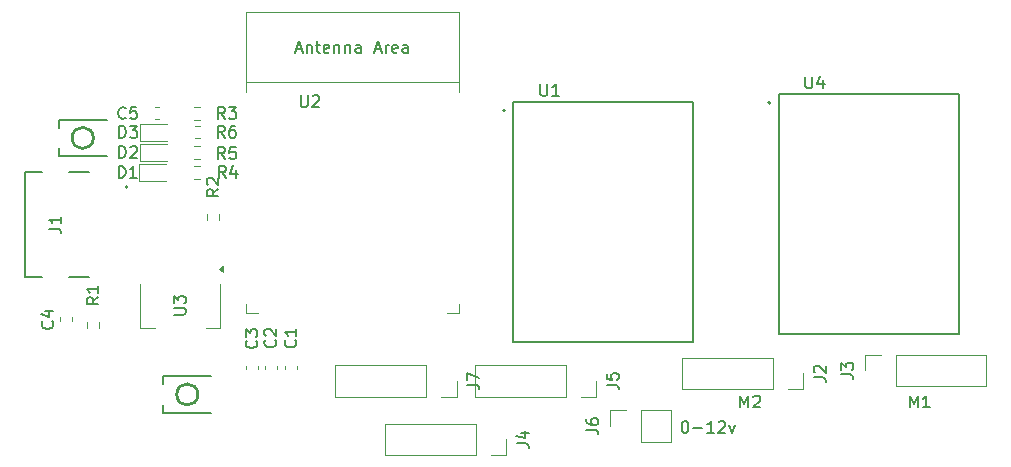
<source format=gbr>
%TF.GenerationSoftware,KiCad,Pcbnew,9.0.7-9.0.7~ubuntu24.04.1*%
%TF.CreationDate,2026-01-19T19:18:33+05:30*%
%TF.ProjectId,controller,636f6e74-726f-46c6-9c65-722e6b696361,rev?*%
%TF.SameCoordinates,Original*%
%TF.FileFunction,Legend,Top*%
%TF.FilePolarity,Positive*%
%FSLAX46Y46*%
G04 Gerber Fmt 4.6, Leading zero omitted, Abs format (unit mm)*
G04 Created by KiCad (PCBNEW 9.0.7-9.0.7~ubuntu24.04.1) date 2026-01-19 19:18:33*
%MOMM*%
%LPD*%
G01*
G04 APERTURE LIST*
%ADD10C,0.150000*%
%ADD11C,0.120000*%
%ADD12C,0.127000*%
%ADD13C,0.200000*%
%ADD14C,0.250000*%
G04 APERTURE END LIST*
D10*
X170924457Y-101476117D02*
X171019695Y-101476117D01*
X171019695Y-101476117D02*
X171114933Y-101523736D01*
X171114933Y-101523736D02*
X171162552Y-101571355D01*
X171162552Y-101571355D02*
X171210171Y-101666593D01*
X171210171Y-101666593D02*
X171257790Y-101857069D01*
X171257790Y-101857069D02*
X171257790Y-102095164D01*
X171257790Y-102095164D02*
X171210171Y-102285640D01*
X171210171Y-102285640D02*
X171162552Y-102380878D01*
X171162552Y-102380878D02*
X171114933Y-102428498D01*
X171114933Y-102428498D02*
X171019695Y-102476117D01*
X171019695Y-102476117D02*
X170924457Y-102476117D01*
X170924457Y-102476117D02*
X170829219Y-102428498D01*
X170829219Y-102428498D02*
X170781600Y-102380878D01*
X170781600Y-102380878D02*
X170733981Y-102285640D01*
X170733981Y-102285640D02*
X170686362Y-102095164D01*
X170686362Y-102095164D02*
X170686362Y-101857069D01*
X170686362Y-101857069D02*
X170733981Y-101666593D01*
X170733981Y-101666593D02*
X170781600Y-101571355D01*
X170781600Y-101571355D02*
X170829219Y-101523736D01*
X170829219Y-101523736D02*
X170924457Y-101476117D01*
X171686362Y-102095164D02*
X172448267Y-102095164D01*
X173448266Y-102476117D02*
X172876838Y-102476117D01*
X173162552Y-102476117D02*
X173162552Y-101476117D01*
X173162552Y-101476117D02*
X173067314Y-101618974D01*
X173067314Y-101618974D02*
X172972076Y-101714212D01*
X172972076Y-101714212D02*
X172876838Y-101761831D01*
X173829219Y-101571355D02*
X173876838Y-101523736D01*
X173876838Y-101523736D02*
X173972076Y-101476117D01*
X173972076Y-101476117D02*
X174210171Y-101476117D01*
X174210171Y-101476117D02*
X174305409Y-101523736D01*
X174305409Y-101523736D02*
X174353028Y-101571355D01*
X174353028Y-101571355D02*
X174400647Y-101666593D01*
X174400647Y-101666593D02*
X174400647Y-101761831D01*
X174400647Y-101761831D02*
X174353028Y-101904688D01*
X174353028Y-101904688D02*
X173781600Y-102476117D01*
X173781600Y-102476117D02*
X174400647Y-102476117D01*
X174733981Y-101809450D02*
X174972076Y-102476117D01*
X174972076Y-102476117D02*
X175210171Y-101809450D01*
X175670933Y-100317117D02*
X175670933Y-99317117D01*
X175670933Y-99317117D02*
X176004266Y-100031402D01*
X176004266Y-100031402D02*
X176337599Y-99317117D01*
X176337599Y-99317117D02*
X176337599Y-100317117D01*
X176766171Y-99412355D02*
X176813790Y-99364736D01*
X176813790Y-99364736D02*
X176909028Y-99317117D01*
X176909028Y-99317117D02*
X177147123Y-99317117D01*
X177147123Y-99317117D02*
X177242361Y-99364736D01*
X177242361Y-99364736D02*
X177289980Y-99412355D01*
X177289980Y-99412355D02*
X177337599Y-99507593D01*
X177337599Y-99507593D02*
X177337599Y-99602831D01*
X177337599Y-99602831D02*
X177289980Y-99745688D01*
X177289980Y-99745688D02*
X176718552Y-100317117D01*
X176718552Y-100317117D02*
X177337599Y-100317117D01*
X190021933Y-100317117D02*
X190021933Y-99317117D01*
X190021933Y-99317117D02*
X190355266Y-100031402D01*
X190355266Y-100031402D02*
X190688599Y-99317117D01*
X190688599Y-99317117D02*
X190688599Y-100317117D01*
X191688599Y-100317117D02*
X191117171Y-100317117D01*
X191402885Y-100317117D02*
X191402885Y-99317117D01*
X191402885Y-99317117D02*
X191307647Y-99459974D01*
X191307647Y-99459974D02*
X191212409Y-99555212D01*
X191212409Y-99555212D02*
X191117171Y-99602831D01*
X152543276Y-98417631D02*
X153257561Y-98417631D01*
X153257561Y-98417631D02*
X153400418Y-98465250D01*
X153400418Y-98465250D02*
X153495657Y-98560488D01*
X153495657Y-98560488D02*
X153543276Y-98703345D01*
X153543276Y-98703345D02*
X153543276Y-98798583D01*
X152543276Y-98036678D02*
X152543276Y-97370012D01*
X152543276Y-97370012D02*
X153543276Y-97798583D01*
X162624276Y-102227631D02*
X163338561Y-102227631D01*
X163338561Y-102227631D02*
X163481418Y-102275250D01*
X163481418Y-102275250D02*
X163576657Y-102370488D01*
X163576657Y-102370488D02*
X163624276Y-102513345D01*
X163624276Y-102513345D02*
X163624276Y-102608583D01*
X162624276Y-101322869D02*
X162624276Y-101513345D01*
X162624276Y-101513345D02*
X162671895Y-101608583D01*
X162671895Y-101608583D02*
X162719514Y-101656202D01*
X162719514Y-101656202D02*
X162862371Y-101751440D01*
X162862371Y-101751440D02*
X163052847Y-101799059D01*
X163052847Y-101799059D02*
X163433799Y-101799059D01*
X163433799Y-101799059D02*
X163529037Y-101751440D01*
X163529037Y-101751440D02*
X163576657Y-101703821D01*
X163576657Y-101703821D02*
X163624276Y-101608583D01*
X163624276Y-101608583D02*
X163624276Y-101418107D01*
X163624276Y-101418107D02*
X163576657Y-101322869D01*
X163576657Y-101322869D02*
X163529037Y-101275250D01*
X163529037Y-101275250D02*
X163433799Y-101227631D01*
X163433799Y-101227631D02*
X163195704Y-101227631D01*
X163195704Y-101227631D02*
X163100466Y-101275250D01*
X163100466Y-101275250D02*
X163052847Y-101322869D01*
X163052847Y-101322869D02*
X163005228Y-101418107D01*
X163005228Y-101418107D02*
X163005228Y-101608583D01*
X163005228Y-101608583D02*
X163052847Y-101703821D01*
X163052847Y-101703821D02*
X163100466Y-101751440D01*
X163100466Y-101751440D02*
X163195704Y-101799059D01*
X164354276Y-98417631D02*
X165068561Y-98417631D01*
X165068561Y-98417631D02*
X165211418Y-98465250D01*
X165211418Y-98465250D02*
X165306657Y-98560488D01*
X165306657Y-98560488D02*
X165354276Y-98703345D01*
X165354276Y-98703345D02*
X165354276Y-98798583D01*
X164354276Y-97465250D02*
X164354276Y-97941440D01*
X164354276Y-97941440D02*
X164830466Y-97989059D01*
X164830466Y-97989059D02*
X164782847Y-97941440D01*
X164782847Y-97941440D02*
X164735228Y-97846202D01*
X164735228Y-97846202D02*
X164735228Y-97608107D01*
X164735228Y-97608107D02*
X164782847Y-97512869D01*
X164782847Y-97512869D02*
X164830466Y-97465250D01*
X164830466Y-97465250D02*
X164925704Y-97417631D01*
X164925704Y-97417631D02*
X165163799Y-97417631D01*
X165163799Y-97417631D02*
X165259037Y-97465250D01*
X165259037Y-97465250D02*
X165306657Y-97512869D01*
X165306657Y-97512869D02*
X165354276Y-97608107D01*
X165354276Y-97608107D02*
X165354276Y-97846202D01*
X165354276Y-97846202D02*
X165306657Y-97941440D01*
X165306657Y-97941440D02*
X165259037Y-97989059D01*
X156734276Y-103370631D02*
X157448561Y-103370631D01*
X157448561Y-103370631D02*
X157591418Y-103418250D01*
X157591418Y-103418250D02*
X157686657Y-103513488D01*
X157686657Y-103513488D02*
X157734276Y-103656345D01*
X157734276Y-103656345D02*
X157734276Y-103751583D01*
X157067609Y-102465869D02*
X157734276Y-102465869D01*
X156686657Y-102703964D02*
X157400942Y-102942059D01*
X157400942Y-102942059D02*
X157400942Y-102323012D01*
X184214276Y-97528631D02*
X184928561Y-97528631D01*
X184928561Y-97528631D02*
X185071418Y-97576250D01*
X185071418Y-97576250D02*
X185166657Y-97671488D01*
X185166657Y-97671488D02*
X185214276Y-97814345D01*
X185214276Y-97814345D02*
X185214276Y-97909583D01*
X184214276Y-97147678D02*
X184214276Y-96528631D01*
X184214276Y-96528631D02*
X184595228Y-96861964D01*
X184595228Y-96861964D02*
X184595228Y-96719107D01*
X184595228Y-96719107D02*
X184642847Y-96623869D01*
X184642847Y-96623869D02*
X184690466Y-96576250D01*
X184690466Y-96576250D02*
X184785704Y-96528631D01*
X184785704Y-96528631D02*
X185023799Y-96528631D01*
X185023799Y-96528631D02*
X185119037Y-96576250D01*
X185119037Y-96576250D02*
X185166657Y-96623869D01*
X185166657Y-96623869D02*
X185214276Y-96719107D01*
X185214276Y-96719107D02*
X185214276Y-97004821D01*
X185214276Y-97004821D02*
X185166657Y-97100059D01*
X185166657Y-97100059D02*
X185119037Y-97147678D01*
X181880276Y-97782631D02*
X182594561Y-97782631D01*
X182594561Y-97782631D02*
X182737418Y-97830250D01*
X182737418Y-97830250D02*
X182832657Y-97925488D01*
X182832657Y-97925488D02*
X182880276Y-98068345D01*
X182880276Y-98068345D02*
X182880276Y-98163583D01*
X181975514Y-97354059D02*
X181927895Y-97306440D01*
X181927895Y-97306440D02*
X181880276Y-97211202D01*
X181880276Y-97211202D02*
X181880276Y-96973107D01*
X181880276Y-96973107D02*
X181927895Y-96877869D01*
X181927895Y-96877869D02*
X181975514Y-96830250D01*
X181975514Y-96830250D02*
X182070752Y-96782631D01*
X182070752Y-96782631D02*
X182165990Y-96782631D01*
X182165990Y-96782631D02*
X182308847Y-96830250D01*
X182308847Y-96830250D02*
X182880276Y-97401678D01*
X182880276Y-97401678D02*
X182880276Y-96782631D01*
X181176552Y-72307117D02*
X181176552Y-73116640D01*
X181176552Y-73116640D02*
X181224171Y-73211878D01*
X181224171Y-73211878D02*
X181271790Y-73259498D01*
X181271790Y-73259498D02*
X181367028Y-73307117D01*
X181367028Y-73307117D02*
X181557504Y-73307117D01*
X181557504Y-73307117D02*
X181652742Y-73259498D01*
X181652742Y-73259498D02*
X181700361Y-73211878D01*
X181700361Y-73211878D02*
X181747980Y-73116640D01*
X181747980Y-73116640D02*
X181747980Y-72307117D01*
X182652742Y-72640450D02*
X182652742Y-73307117D01*
X182414647Y-72259498D02*
X182176552Y-72973783D01*
X182176552Y-72973783D02*
X182795599Y-72973783D01*
X158728552Y-72942117D02*
X158728552Y-73751640D01*
X158728552Y-73751640D02*
X158776171Y-73846878D01*
X158776171Y-73846878D02*
X158823790Y-73894498D01*
X158823790Y-73894498D02*
X158919028Y-73942117D01*
X158919028Y-73942117D02*
X159109504Y-73942117D01*
X159109504Y-73942117D02*
X159204742Y-73894498D01*
X159204742Y-73894498D02*
X159252361Y-73846878D01*
X159252361Y-73846878D02*
X159299980Y-73751640D01*
X159299980Y-73751640D02*
X159299980Y-72942117D01*
X160299980Y-73942117D02*
X159728552Y-73942117D01*
X160014266Y-73942117D02*
X160014266Y-72942117D01*
X160014266Y-72942117D02*
X159919028Y-73084974D01*
X159919028Y-73084974D02*
X159823790Y-73180212D01*
X159823790Y-73180212D02*
X159728552Y-73227831D01*
X121309276Y-90988964D02*
X120833085Y-91322297D01*
X121309276Y-91560392D02*
X120309276Y-91560392D01*
X120309276Y-91560392D02*
X120309276Y-91179440D01*
X120309276Y-91179440D02*
X120356895Y-91084202D01*
X120356895Y-91084202D02*
X120404514Y-91036583D01*
X120404514Y-91036583D02*
X120499752Y-90988964D01*
X120499752Y-90988964D02*
X120642609Y-90988964D01*
X120642609Y-90988964D02*
X120737847Y-91036583D01*
X120737847Y-91036583D02*
X120785466Y-91084202D01*
X120785466Y-91084202D02*
X120833085Y-91179440D01*
X120833085Y-91179440D02*
X120833085Y-91560392D01*
X121309276Y-90036583D02*
X121309276Y-90608011D01*
X121309276Y-90322297D02*
X120309276Y-90322297D01*
X120309276Y-90322297D02*
X120452133Y-90417535D01*
X120452133Y-90417535D02*
X120547371Y-90512773D01*
X120547371Y-90512773D02*
X120594990Y-90608011D01*
X123068362Y-77486117D02*
X123068362Y-76486117D01*
X123068362Y-76486117D02*
X123306457Y-76486117D01*
X123306457Y-76486117D02*
X123449314Y-76533736D01*
X123449314Y-76533736D02*
X123544552Y-76628974D01*
X123544552Y-76628974D02*
X123592171Y-76724212D01*
X123592171Y-76724212D02*
X123639790Y-76914688D01*
X123639790Y-76914688D02*
X123639790Y-77057545D01*
X123639790Y-77057545D02*
X123592171Y-77248021D01*
X123592171Y-77248021D02*
X123544552Y-77343259D01*
X123544552Y-77343259D02*
X123449314Y-77438498D01*
X123449314Y-77438498D02*
X123306457Y-77486117D01*
X123306457Y-77486117D02*
X123068362Y-77486117D01*
X123973124Y-76486117D02*
X124592171Y-76486117D01*
X124592171Y-76486117D02*
X124258838Y-76867069D01*
X124258838Y-76867069D02*
X124401695Y-76867069D01*
X124401695Y-76867069D02*
X124496933Y-76914688D01*
X124496933Y-76914688D02*
X124544552Y-76962307D01*
X124544552Y-76962307D02*
X124592171Y-77057545D01*
X124592171Y-77057545D02*
X124592171Y-77295640D01*
X124592171Y-77295640D02*
X124544552Y-77390878D01*
X124544552Y-77390878D02*
X124496933Y-77438498D01*
X124496933Y-77438498D02*
X124401695Y-77486117D01*
X124401695Y-77486117D02*
X124115981Y-77486117D01*
X124115981Y-77486117D02*
X124020743Y-77438498D01*
X124020743Y-77438498D02*
X123973124Y-77390878D01*
X134678037Y-94669964D02*
X134725657Y-94717583D01*
X134725657Y-94717583D02*
X134773276Y-94860440D01*
X134773276Y-94860440D02*
X134773276Y-94955678D01*
X134773276Y-94955678D02*
X134725657Y-95098535D01*
X134725657Y-95098535D02*
X134630418Y-95193773D01*
X134630418Y-95193773D02*
X134535180Y-95241392D01*
X134535180Y-95241392D02*
X134344704Y-95289011D01*
X134344704Y-95289011D02*
X134201847Y-95289011D01*
X134201847Y-95289011D02*
X134011371Y-95241392D01*
X134011371Y-95241392D02*
X133916133Y-95193773D01*
X133916133Y-95193773D02*
X133820895Y-95098535D01*
X133820895Y-95098535D02*
X133773276Y-94955678D01*
X133773276Y-94955678D02*
X133773276Y-94860440D01*
X133773276Y-94860440D02*
X133820895Y-94717583D01*
X133820895Y-94717583D02*
X133868514Y-94669964D01*
X133773276Y-94336630D02*
X133773276Y-93717583D01*
X133773276Y-93717583D02*
X134154228Y-94050916D01*
X134154228Y-94050916D02*
X134154228Y-93908059D01*
X134154228Y-93908059D02*
X134201847Y-93812821D01*
X134201847Y-93812821D02*
X134249466Y-93765202D01*
X134249466Y-93765202D02*
X134344704Y-93717583D01*
X134344704Y-93717583D02*
X134582799Y-93717583D01*
X134582799Y-93717583D02*
X134678037Y-93765202D01*
X134678037Y-93765202D02*
X134725657Y-93812821D01*
X134725657Y-93812821D02*
X134773276Y-93908059D01*
X134773276Y-93908059D02*
X134773276Y-94193773D01*
X134773276Y-94193773D02*
X134725657Y-94289011D01*
X134725657Y-94289011D02*
X134678037Y-94336630D01*
X117137276Y-85178631D02*
X117851561Y-85178631D01*
X117851561Y-85178631D02*
X117994418Y-85226250D01*
X117994418Y-85226250D02*
X118089657Y-85321488D01*
X118089657Y-85321488D02*
X118137276Y-85464345D01*
X118137276Y-85464345D02*
X118137276Y-85559583D01*
X118137276Y-84178631D02*
X118137276Y-84750059D01*
X118137276Y-84464345D02*
X117137276Y-84464345D01*
X117137276Y-84464345D02*
X117280133Y-84559583D01*
X117280133Y-84559583D02*
X117375371Y-84654821D01*
X117375371Y-84654821D02*
X117422990Y-84750059D01*
X123068362Y-79186117D02*
X123068362Y-78186117D01*
X123068362Y-78186117D02*
X123306457Y-78186117D01*
X123306457Y-78186117D02*
X123449314Y-78233736D01*
X123449314Y-78233736D02*
X123544552Y-78328974D01*
X123544552Y-78328974D02*
X123592171Y-78424212D01*
X123592171Y-78424212D02*
X123639790Y-78614688D01*
X123639790Y-78614688D02*
X123639790Y-78757545D01*
X123639790Y-78757545D02*
X123592171Y-78948021D01*
X123592171Y-78948021D02*
X123544552Y-79043259D01*
X123544552Y-79043259D02*
X123449314Y-79138498D01*
X123449314Y-79138498D02*
X123306457Y-79186117D01*
X123306457Y-79186117D02*
X123068362Y-79186117D01*
X124020743Y-78281355D02*
X124068362Y-78233736D01*
X124068362Y-78233736D02*
X124163600Y-78186117D01*
X124163600Y-78186117D02*
X124401695Y-78186117D01*
X124401695Y-78186117D02*
X124496933Y-78233736D01*
X124496933Y-78233736D02*
X124544552Y-78281355D01*
X124544552Y-78281355D02*
X124592171Y-78376593D01*
X124592171Y-78376593D02*
X124592171Y-78471831D01*
X124592171Y-78471831D02*
X124544552Y-78614688D01*
X124544552Y-78614688D02*
X123973124Y-79186117D01*
X123973124Y-79186117D02*
X124592171Y-79186117D01*
X127689276Y-92471202D02*
X128498799Y-92471202D01*
X128498799Y-92471202D02*
X128594037Y-92423583D01*
X128594037Y-92423583D02*
X128641657Y-92375964D01*
X128641657Y-92375964D02*
X128689276Y-92280726D01*
X128689276Y-92280726D02*
X128689276Y-92090250D01*
X128689276Y-92090250D02*
X128641657Y-91995012D01*
X128641657Y-91995012D02*
X128594037Y-91947393D01*
X128594037Y-91947393D02*
X128498799Y-91899774D01*
X128498799Y-91899774D02*
X127689276Y-91899774D01*
X127689276Y-91518821D02*
X127689276Y-90899774D01*
X127689276Y-90899774D02*
X128070228Y-91233107D01*
X128070228Y-91233107D02*
X128070228Y-91090250D01*
X128070228Y-91090250D02*
X128117847Y-90995012D01*
X128117847Y-90995012D02*
X128165466Y-90947393D01*
X128165466Y-90947393D02*
X128260704Y-90899774D01*
X128260704Y-90899774D02*
X128498799Y-90899774D01*
X128498799Y-90899774D02*
X128594037Y-90947393D01*
X128594037Y-90947393D02*
X128641657Y-90995012D01*
X128641657Y-90995012D02*
X128689276Y-91090250D01*
X128689276Y-91090250D02*
X128689276Y-91375964D01*
X128689276Y-91375964D02*
X128641657Y-91471202D01*
X128641657Y-91471202D02*
X128594037Y-91518821D01*
X123614790Y-75790878D02*
X123567171Y-75838498D01*
X123567171Y-75838498D02*
X123424314Y-75886117D01*
X123424314Y-75886117D02*
X123329076Y-75886117D01*
X123329076Y-75886117D02*
X123186219Y-75838498D01*
X123186219Y-75838498D02*
X123090981Y-75743259D01*
X123090981Y-75743259D02*
X123043362Y-75648021D01*
X123043362Y-75648021D02*
X122995743Y-75457545D01*
X122995743Y-75457545D02*
X122995743Y-75314688D01*
X122995743Y-75314688D02*
X123043362Y-75124212D01*
X123043362Y-75124212D02*
X123090981Y-75028974D01*
X123090981Y-75028974D02*
X123186219Y-74933736D01*
X123186219Y-74933736D02*
X123329076Y-74886117D01*
X123329076Y-74886117D02*
X123424314Y-74886117D01*
X123424314Y-74886117D02*
X123567171Y-74933736D01*
X123567171Y-74933736D02*
X123614790Y-74981355D01*
X124519552Y-74886117D02*
X124043362Y-74886117D01*
X124043362Y-74886117D02*
X123995743Y-75362307D01*
X123995743Y-75362307D02*
X124043362Y-75314688D01*
X124043362Y-75314688D02*
X124138600Y-75267069D01*
X124138600Y-75267069D02*
X124376695Y-75267069D01*
X124376695Y-75267069D02*
X124471933Y-75314688D01*
X124471933Y-75314688D02*
X124519552Y-75362307D01*
X124519552Y-75362307D02*
X124567171Y-75457545D01*
X124567171Y-75457545D02*
X124567171Y-75695640D01*
X124567171Y-75695640D02*
X124519552Y-75790878D01*
X124519552Y-75790878D02*
X124471933Y-75838498D01*
X124471933Y-75838498D02*
X124376695Y-75886117D01*
X124376695Y-75886117D02*
X124138600Y-75886117D01*
X124138600Y-75886117D02*
X124043362Y-75838498D01*
X124043362Y-75838498D02*
X123995743Y-75790878D01*
X136278037Y-94619964D02*
X136325657Y-94667583D01*
X136325657Y-94667583D02*
X136373276Y-94810440D01*
X136373276Y-94810440D02*
X136373276Y-94905678D01*
X136373276Y-94905678D02*
X136325657Y-95048535D01*
X136325657Y-95048535D02*
X136230418Y-95143773D01*
X136230418Y-95143773D02*
X136135180Y-95191392D01*
X136135180Y-95191392D02*
X135944704Y-95239011D01*
X135944704Y-95239011D02*
X135801847Y-95239011D01*
X135801847Y-95239011D02*
X135611371Y-95191392D01*
X135611371Y-95191392D02*
X135516133Y-95143773D01*
X135516133Y-95143773D02*
X135420895Y-95048535D01*
X135420895Y-95048535D02*
X135373276Y-94905678D01*
X135373276Y-94905678D02*
X135373276Y-94810440D01*
X135373276Y-94810440D02*
X135420895Y-94667583D01*
X135420895Y-94667583D02*
X135468514Y-94619964D01*
X135468514Y-94239011D02*
X135420895Y-94191392D01*
X135420895Y-94191392D02*
X135373276Y-94096154D01*
X135373276Y-94096154D02*
X135373276Y-93858059D01*
X135373276Y-93858059D02*
X135420895Y-93762821D01*
X135420895Y-93762821D02*
X135468514Y-93715202D01*
X135468514Y-93715202D02*
X135563752Y-93667583D01*
X135563752Y-93667583D02*
X135658990Y-93667583D01*
X135658990Y-93667583D02*
X135801847Y-93715202D01*
X135801847Y-93715202D02*
X136373276Y-94286630D01*
X136373276Y-94286630D02*
X136373276Y-93667583D01*
X132014790Y-79286117D02*
X131681457Y-78809926D01*
X131443362Y-79286117D02*
X131443362Y-78286117D01*
X131443362Y-78286117D02*
X131824314Y-78286117D01*
X131824314Y-78286117D02*
X131919552Y-78333736D01*
X131919552Y-78333736D02*
X131967171Y-78381355D01*
X131967171Y-78381355D02*
X132014790Y-78476593D01*
X132014790Y-78476593D02*
X132014790Y-78619450D01*
X132014790Y-78619450D02*
X131967171Y-78714688D01*
X131967171Y-78714688D02*
X131919552Y-78762307D01*
X131919552Y-78762307D02*
X131824314Y-78809926D01*
X131824314Y-78809926D02*
X131443362Y-78809926D01*
X132919552Y-78286117D02*
X132443362Y-78286117D01*
X132443362Y-78286117D02*
X132395743Y-78762307D01*
X132395743Y-78762307D02*
X132443362Y-78714688D01*
X132443362Y-78714688D02*
X132538600Y-78667069D01*
X132538600Y-78667069D02*
X132776695Y-78667069D01*
X132776695Y-78667069D02*
X132871933Y-78714688D01*
X132871933Y-78714688D02*
X132919552Y-78762307D01*
X132919552Y-78762307D02*
X132967171Y-78857545D01*
X132967171Y-78857545D02*
X132967171Y-79095640D01*
X132967171Y-79095640D02*
X132919552Y-79190878D01*
X132919552Y-79190878D02*
X132871933Y-79238498D01*
X132871933Y-79238498D02*
X132776695Y-79286117D01*
X132776695Y-79286117D02*
X132538600Y-79286117D01*
X132538600Y-79286117D02*
X132443362Y-79238498D01*
X132443362Y-79238498D02*
X132395743Y-79190878D01*
X132002290Y-77486117D02*
X131668957Y-77009926D01*
X131430862Y-77486117D02*
X131430862Y-76486117D01*
X131430862Y-76486117D02*
X131811814Y-76486117D01*
X131811814Y-76486117D02*
X131907052Y-76533736D01*
X131907052Y-76533736D02*
X131954671Y-76581355D01*
X131954671Y-76581355D02*
X132002290Y-76676593D01*
X132002290Y-76676593D02*
X132002290Y-76819450D01*
X132002290Y-76819450D02*
X131954671Y-76914688D01*
X131954671Y-76914688D02*
X131907052Y-76962307D01*
X131907052Y-76962307D02*
X131811814Y-77009926D01*
X131811814Y-77009926D02*
X131430862Y-77009926D01*
X132859433Y-76486117D02*
X132668957Y-76486117D01*
X132668957Y-76486117D02*
X132573719Y-76533736D01*
X132573719Y-76533736D02*
X132526100Y-76581355D01*
X132526100Y-76581355D02*
X132430862Y-76724212D01*
X132430862Y-76724212D02*
X132383243Y-76914688D01*
X132383243Y-76914688D02*
X132383243Y-77295640D01*
X132383243Y-77295640D02*
X132430862Y-77390878D01*
X132430862Y-77390878D02*
X132478481Y-77438498D01*
X132478481Y-77438498D02*
X132573719Y-77486117D01*
X132573719Y-77486117D02*
X132764195Y-77486117D01*
X132764195Y-77486117D02*
X132859433Y-77438498D01*
X132859433Y-77438498D02*
X132907052Y-77390878D01*
X132907052Y-77390878D02*
X132954671Y-77295640D01*
X132954671Y-77295640D02*
X132954671Y-77057545D01*
X132954671Y-77057545D02*
X132907052Y-76962307D01*
X132907052Y-76962307D02*
X132859433Y-76914688D01*
X132859433Y-76914688D02*
X132764195Y-76867069D01*
X132764195Y-76867069D02*
X132573719Y-76867069D01*
X132573719Y-76867069D02*
X132478481Y-76914688D01*
X132478481Y-76914688D02*
X132430862Y-76962307D01*
X132430862Y-76962307D02*
X132383243Y-77057545D01*
X138450552Y-73900117D02*
X138450552Y-74709640D01*
X138450552Y-74709640D02*
X138498171Y-74804878D01*
X138498171Y-74804878D02*
X138545790Y-74852498D01*
X138545790Y-74852498D02*
X138641028Y-74900117D01*
X138641028Y-74900117D02*
X138831504Y-74900117D01*
X138831504Y-74900117D02*
X138926742Y-74852498D01*
X138926742Y-74852498D02*
X138974361Y-74804878D01*
X138974361Y-74804878D02*
X139021980Y-74709640D01*
X139021980Y-74709640D02*
X139021980Y-73900117D01*
X139450552Y-73995355D02*
X139498171Y-73947736D01*
X139498171Y-73947736D02*
X139593409Y-73900117D01*
X139593409Y-73900117D02*
X139831504Y-73900117D01*
X139831504Y-73900117D02*
X139926742Y-73947736D01*
X139926742Y-73947736D02*
X139974361Y-73995355D01*
X139974361Y-73995355D02*
X140021980Y-74090593D01*
X140021980Y-74090593D02*
X140021980Y-74185831D01*
X140021980Y-74185831D02*
X139974361Y-74328688D01*
X139974361Y-74328688D02*
X139402933Y-74900117D01*
X139402933Y-74900117D02*
X140021980Y-74900117D01*
X138050551Y-70014402D02*
X138526741Y-70014402D01*
X137955313Y-70300117D02*
X138288646Y-69300117D01*
X138288646Y-69300117D02*
X138621979Y-70300117D01*
X138955313Y-69633450D02*
X138955313Y-70300117D01*
X138955313Y-69728688D02*
X139002932Y-69681069D01*
X139002932Y-69681069D02*
X139098170Y-69633450D01*
X139098170Y-69633450D02*
X139241027Y-69633450D01*
X139241027Y-69633450D02*
X139336265Y-69681069D01*
X139336265Y-69681069D02*
X139383884Y-69776307D01*
X139383884Y-69776307D02*
X139383884Y-70300117D01*
X139717218Y-69633450D02*
X140098170Y-69633450D01*
X139860075Y-69300117D02*
X139860075Y-70157259D01*
X139860075Y-70157259D02*
X139907694Y-70252498D01*
X139907694Y-70252498D02*
X140002932Y-70300117D01*
X140002932Y-70300117D02*
X140098170Y-70300117D01*
X140812456Y-70252498D02*
X140717218Y-70300117D01*
X140717218Y-70300117D02*
X140526742Y-70300117D01*
X140526742Y-70300117D02*
X140431504Y-70252498D01*
X140431504Y-70252498D02*
X140383885Y-70157259D01*
X140383885Y-70157259D02*
X140383885Y-69776307D01*
X140383885Y-69776307D02*
X140431504Y-69681069D01*
X140431504Y-69681069D02*
X140526742Y-69633450D01*
X140526742Y-69633450D02*
X140717218Y-69633450D01*
X140717218Y-69633450D02*
X140812456Y-69681069D01*
X140812456Y-69681069D02*
X140860075Y-69776307D01*
X140860075Y-69776307D02*
X140860075Y-69871545D01*
X140860075Y-69871545D02*
X140383885Y-69966783D01*
X141288647Y-69633450D02*
X141288647Y-70300117D01*
X141288647Y-69728688D02*
X141336266Y-69681069D01*
X141336266Y-69681069D02*
X141431504Y-69633450D01*
X141431504Y-69633450D02*
X141574361Y-69633450D01*
X141574361Y-69633450D02*
X141669599Y-69681069D01*
X141669599Y-69681069D02*
X141717218Y-69776307D01*
X141717218Y-69776307D02*
X141717218Y-70300117D01*
X142193409Y-69633450D02*
X142193409Y-70300117D01*
X142193409Y-69728688D02*
X142241028Y-69681069D01*
X142241028Y-69681069D02*
X142336266Y-69633450D01*
X142336266Y-69633450D02*
X142479123Y-69633450D01*
X142479123Y-69633450D02*
X142574361Y-69681069D01*
X142574361Y-69681069D02*
X142621980Y-69776307D01*
X142621980Y-69776307D02*
X142621980Y-70300117D01*
X143526742Y-70300117D02*
X143526742Y-69776307D01*
X143526742Y-69776307D02*
X143479123Y-69681069D01*
X143479123Y-69681069D02*
X143383885Y-69633450D01*
X143383885Y-69633450D02*
X143193409Y-69633450D01*
X143193409Y-69633450D02*
X143098171Y-69681069D01*
X143526742Y-70252498D02*
X143431504Y-70300117D01*
X143431504Y-70300117D02*
X143193409Y-70300117D01*
X143193409Y-70300117D02*
X143098171Y-70252498D01*
X143098171Y-70252498D02*
X143050552Y-70157259D01*
X143050552Y-70157259D02*
X143050552Y-70062021D01*
X143050552Y-70062021D02*
X143098171Y-69966783D01*
X143098171Y-69966783D02*
X143193409Y-69919164D01*
X143193409Y-69919164D02*
X143431504Y-69919164D01*
X143431504Y-69919164D02*
X143526742Y-69871545D01*
X144717219Y-70014402D02*
X145193409Y-70014402D01*
X144621981Y-70300117D02*
X144955314Y-69300117D01*
X144955314Y-69300117D02*
X145288647Y-70300117D01*
X145621981Y-70300117D02*
X145621981Y-69633450D01*
X145621981Y-69823926D02*
X145669600Y-69728688D01*
X145669600Y-69728688D02*
X145717219Y-69681069D01*
X145717219Y-69681069D02*
X145812457Y-69633450D01*
X145812457Y-69633450D02*
X145907695Y-69633450D01*
X146621981Y-70252498D02*
X146526743Y-70300117D01*
X146526743Y-70300117D02*
X146336267Y-70300117D01*
X146336267Y-70300117D02*
X146241029Y-70252498D01*
X146241029Y-70252498D02*
X146193410Y-70157259D01*
X146193410Y-70157259D02*
X146193410Y-69776307D01*
X146193410Y-69776307D02*
X146241029Y-69681069D01*
X146241029Y-69681069D02*
X146336267Y-69633450D01*
X146336267Y-69633450D02*
X146526743Y-69633450D01*
X146526743Y-69633450D02*
X146621981Y-69681069D01*
X146621981Y-69681069D02*
X146669600Y-69776307D01*
X146669600Y-69776307D02*
X146669600Y-69871545D01*
X146669600Y-69871545D02*
X146193410Y-69966783D01*
X147526743Y-70300117D02*
X147526743Y-69776307D01*
X147526743Y-69776307D02*
X147479124Y-69681069D01*
X147479124Y-69681069D02*
X147383886Y-69633450D01*
X147383886Y-69633450D02*
X147193410Y-69633450D01*
X147193410Y-69633450D02*
X147098172Y-69681069D01*
X147526743Y-70252498D02*
X147431505Y-70300117D01*
X147431505Y-70300117D02*
X147193410Y-70300117D01*
X147193410Y-70300117D02*
X147098172Y-70252498D01*
X147098172Y-70252498D02*
X147050553Y-70157259D01*
X147050553Y-70157259D02*
X147050553Y-70062021D01*
X147050553Y-70062021D02*
X147098172Y-69966783D01*
X147098172Y-69966783D02*
X147193410Y-69919164D01*
X147193410Y-69919164D02*
X147431505Y-69919164D01*
X147431505Y-69919164D02*
X147526743Y-69871545D01*
X132114790Y-80886117D02*
X131781457Y-80409926D01*
X131543362Y-80886117D02*
X131543362Y-79886117D01*
X131543362Y-79886117D02*
X131924314Y-79886117D01*
X131924314Y-79886117D02*
X132019552Y-79933736D01*
X132019552Y-79933736D02*
X132067171Y-79981355D01*
X132067171Y-79981355D02*
X132114790Y-80076593D01*
X132114790Y-80076593D02*
X132114790Y-80219450D01*
X132114790Y-80219450D02*
X132067171Y-80314688D01*
X132067171Y-80314688D02*
X132019552Y-80362307D01*
X132019552Y-80362307D02*
X131924314Y-80409926D01*
X131924314Y-80409926D02*
X131543362Y-80409926D01*
X132971933Y-80219450D02*
X132971933Y-80886117D01*
X132733838Y-79838498D02*
X132495743Y-80552783D01*
X132495743Y-80552783D02*
X133114790Y-80552783D01*
X137978037Y-94619964D02*
X138025657Y-94667583D01*
X138025657Y-94667583D02*
X138073276Y-94810440D01*
X138073276Y-94810440D02*
X138073276Y-94905678D01*
X138073276Y-94905678D02*
X138025657Y-95048535D01*
X138025657Y-95048535D02*
X137930418Y-95143773D01*
X137930418Y-95143773D02*
X137835180Y-95191392D01*
X137835180Y-95191392D02*
X137644704Y-95239011D01*
X137644704Y-95239011D02*
X137501847Y-95239011D01*
X137501847Y-95239011D02*
X137311371Y-95191392D01*
X137311371Y-95191392D02*
X137216133Y-95143773D01*
X137216133Y-95143773D02*
X137120895Y-95048535D01*
X137120895Y-95048535D02*
X137073276Y-94905678D01*
X137073276Y-94905678D02*
X137073276Y-94810440D01*
X137073276Y-94810440D02*
X137120895Y-94667583D01*
X137120895Y-94667583D02*
X137168514Y-94619964D01*
X138073276Y-93667583D02*
X138073276Y-94239011D01*
X138073276Y-93953297D02*
X137073276Y-93953297D01*
X137073276Y-93953297D02*
X137216133Y-94048535D01*
X137216133Y-94048535D02*
X137311371Y-94143773D01*
X137311371Y-94143773D02*
X137358990Y-94239011D01*
X132014790Y-75886117D02*
X131681457Y-75409926D01*
X131443362Y-75886117D02*
X131443362Y-74886117D01*
X131443362Y-74886117D02*
X131824314Y-74886117D01*
X131824314Y-74886117D02*
X131919552Y-74933736D01*
X131919552Y-74933736D02*
X131967171Y-74981355D01*
X131967171Y-74981355D02*
X132014790Y-75076593D01*
X132014790Y-75076593D02*
X132014790Y-75219450D01*
X132014790Y-75219450D02*
X131967171Y-75314688D01*
X131967171Y-75314688D02*
X131919552Y-75362307D01*
X131919552Y-75362307D02*
X131824314Y-75409926D01*
X131824314Y-75409926D02*
X131443362Y-75409926D01*
X132348124Y-74886117D02*
X132967171Y-74886117D01*
X132967171Y-74886117D02*
X132633838Y-75267069D01*
X132633838Y-75267069D02*
X132776695Y-75267069D01*
X132776695Y-75267069D02*
X132871933Y-75314688D01*
X132871933Y-75314688D02*
X132919552Y-75362307D01*
X132919552Y-75362307D02*
X132967171Y-75457545D01*
X132967171Y-75457545D02*
X132967171Y-75695640D01*
X132967171Y-75695640D02*
X132919552Y-75790878D01*
X132919552Y-75790878D02*
X132871933Y-75838498D01*
X132871933Y-75838498D02*
X132776695Y-75886117D01*
X132776695Y-75886117D02*
X132490981Y-75886117D01*
X132490981Y-75886117D02*
X132395743Y-75838498D01*
X132395743Y-75838498D02*
X132348124Y-75790878D01*
X123043362Y-80886117D02*
X123043362Y-79886117D01*
X123043362Y-79886117D02*
X123281457Y-79886117D01*
X123281457Y-79886117D02*
X123424314Y-79933736D01*
X123424314Y-79933736D02*
X123519552Y-80028974D01*
X123519552Y-80028974D02*
X123567171Y-80124212D01*
X123567171Y-80124212D02*
X123614790Y-80314688D01*
X123614790Y-80314688D02*
X123614790Y-80457545D01*
X123614790Y-80457545D02*
X123567171Y-80648021D01*
X123567171Y-80648021D02*
X123519552Y-80743259D01*
X123519552Y-80743259D02*
X123424314Y-80838498D01*
X123424314Y-80838498D02*
X123281457Y-80886117D01*
X123281457Y-80886117D02*
X123043362Y-80886117D01*
X124567171Y-80886117D02*
X123995743Y-80886117D01*
X124281457Y-80886117D02*
X124281457Y-79886117D01*
X124281457Y-79886117D02*
X124186219Y-80028974D01*
X124186219Y-80028974D02*
X124090981Y-80124212D01*
X124090981Y-80124212D02*
X123995743Y-80171831D01*
X131469276Y-81844964D02*
X130993085Y-82178297D01*
X131469276Y-82416392D02*
X130469276Y-82416392D01*
X130469276Y-82416392D02*
X130469276Y-82035440D01*
X130469276Y-82035440D02*
X130516895Y-81940202D01*
X130516895Y-81940202D02*
X130564514Y-81892583D01*
X130564514Y-81892583D02*
X130659752Y-81844964D01*
X130659752Y-81844964D02*
X130802609Y-81844964D01*
X130802609Y-81844964D02*
X130897847Y-81892583D01*
X130897847Y-81892583D02*
X130945466Y-81940202D01*
X130945466Y-81940202D02*
X130993085Y-82035440D01*
X130993085Y-82035440D02*
X130993085Y-82416392D01*
X130564514Y-81464011D02*
X130516895Y-81416392D01*
X130516895Y-81416392D02*
X130469276Y-81321154D01*
X130469276Y-81321154D02*
X130469276Y-81083059D01*
X130469276Y-81083059D02*
X130516895Y-80987821D01*
X130516895Y-80987821D02*
X130564514Y-80940202D01*
X130564514Y-80940202D02*
X130659752Y-80892583D01*
X130659752Y-80892583D02*
X130754990Y-80892583D01*
X130754990Y-80892583D02*
X130897847Y-80940202D01*
X130897847Y-80940202D02*
X131469276Y-81511630D01*
X131469276Y-81511630D02*
X131469276Y-80892583D01*
X117404037Y-93043964D02*
X117451657Y-93091583D01*
X117451657Y-93091583D02*
X117499276Y-93234440D01*
X117499276Y-93234440D02*
X117499276Y-93329678D01*
X117499276Y-93329678D02*
X117451657Y-93472535D01*
X117451657Y-93472535D02*
X117356418Y-93567773D01*
X117356418Y-93567773D02*
X117261180Y-93615392D01*
X117261180Y-93615392D02*
X117070704Y-93663011D01*
X117070704Y-93663011D02*
X116927847Y-93663011D01*
X116927847Y-93663011D02*
X116737371Y-93615392D01*
X116737371Y-93615392D02*
X116642133Y-93567773D01*
X116642133Y-93567773D02*
X116546895Y-93472535D01*
X116546895Y-93472535D02*
X116499276Y-93329678D01*
X116499276Y-93329678D02*
X116499276Y-93234440D01*
X116499276Y-93234440D02*
X116546895Y-93091583D01*
X116546895Y-93091583D02*
X116594514Y-93043964D01*
X116832609Y-92186821D02*
X117499276Y-92186821D01*
X116451657Y-92424916D02*
X117165942Y-92663011D01*
X117165942Y-92663011D02*
X117165942Y-92043964D01*
D11*
%TO.C,J7*%
X149048457Y-96754298D02*
X141368457Y-96754298D01*
X149048457Y-96754298D02*
X149048457Y-99414298D01*
X141368457Y-96754298D02*
X141368457Y-99414298D01*
X151648457Y-98084298D02*
X151648457Y-99414298D01*
X151648457Y-99414298D02*
X150318457Y-99414298D01*
X149048457Y-99414298D02*
X141368457Y-99414298D01*
%TO.C,J6*%
X167209457Y-103224298D02*
X169809457Y-103224298D01*
X167209457Y-103224298D02*
X167209457Y-100564298D01*
X169809457Y-103224298D02*
X169809457Y-100564298D01*
X164609457Y-101894298D02*
X164609457Y-100564298D01*
X164609457Y-100564298D02*
X165939457Y-100564298D01*
X167209457Y-100564298D02*
X169809457Y-100564298D01*
%TO.C,J5*%
X160859457Y-96754298D02*
X153179457Y-96754298D01*
X160859457Y-96754298D02*
X160859457Y-99414298D01*
X153179457Y-96754298D02*
X153179457Y-99414298D01*
X163459457Y-98084298D02*
X163459457Y-99414298D01*
X163459457Y-99414298D02*
X162129457Y-99414298D01*
X160859457Y-99414298D02*
X153179457Y-99414298D01*
%TO.C,J4*%
X153239457Y-101707298D02*
X145559457Y-101707298D01*
X153239457Y-101707298D02*
X153239457Y-104367298D01*
X145559457Y-101707298D02*
X145559457Y-104367298D01*
X155839457Y-103037298D02*
X155839457Y-104367298D01*
X155839457Y-104367298D02*
X154509457Y-104367298D01*
X153239457Y-104367298D02*
X145559457Y-104367298D01*
%TO.C,J3*%
X188799457Y-98525298D02*
X196479457Y-98525298D01*
X188799457Y-98525298D02*
X188799457Y-95865298D01*
X196479457Y-98525298D02*
X196479457Y-95865298D01*
X186199457Y-97195298D02*
X186199457Y-95865298D01*
X186199457Y-95865298D02*
X187529457Y-95865298D01*
X188799457Y-95865298D02*
X196479457Y-95865298D01*
%TO.C,J2*%
X178385457Y-96119298D02*
X170705457Y-96119298D01*
X178385457Y-96119298D02*
X178385457Y-98779298D01*
X170705457Y-96119298D02*
X170705457Y-98779298D01*
X180985457Y-97449298D02*
X180985457Y-98779298D01*
X180985457Y-98779298D02*
X179655457Y-98779298D01*
X178385457Y-98779298D02*
X170705457Y-98779298D01*
D12*
%TO.C,U4*%
X178893457Y-73827298D02*
X194133457Y-73827298D01*
X194133457Y-73827298D02*
X194133457Y-94147298D01*
X194133457Y-94147298D02*
X178893457Y-94147298D01*
X178893457Y-94147298D02*
X178893457Y-73827298D01*
D13*
X178213457Y-74537298D02*
G75*
G02*
X178013457Y-74537298I-100000J0D01*
G01*
X178013457Y-74537298D02*
G75*
G02*
X178213457Y-74537298I100000J0D01*
G01*
D12*
%TO.C,U1*%
X156445457Y-74462298D02*
X171685457Y-74462298D01*
X171685457Y-74462298D02*
X171685457Y-94782298D01*
X171685457Y-94782298D02*
X156445457Y-94782298D01*
X156445457Y-94782298D02*
X156445457Y-74462298D01*
D13*
X155765457Y-75172298D02*
G75*
G02*
X155565457Y-75172298I-100000J0D01*
G01*
X155565457Y-75172298D02*
G75*
G02*
X155765457Y-75172298I100000J0D01*
G01*
D11*
%TO.C,R1*%
X120331957Y-93085040D02*
X120331957Y-93559556D01*
X121376957Y-93085040D02*
X121376957Y-93559556D01*
D14*
%TO.C,SW2*%
X129734457Y-99227298D02*
G75*
G02*
X127934457Y-99227298I-900000J0D01*
G01*
X127934457Y-99227298D02*
G75*
G02*
X129734457Y-99227298I900000J0D01*
G01*
D10*
X126804457Y-100767298D02*
X126804457Y-100107298D01*
X130864457Y-100767298D02*
X126804457Y-100767298D01*
X126804457Y-97687298D02*
X126804457Y-98347298D01*
X130864457Y-97687298D02*
X126804457Y-97687298D01*
D11*
%TO.C,D3*%
X124808957Y-76296298D02*
X124808957Y-77766298D01*
X124808957Y-77766298D02*
X127093957Y-77766298D01*
X127093957Y-76296298D02*
X124808957Y-76296298D01*
%TO.C,C3*%
X133808457Y-96787718D02*
X133808457Y-97068878D01*
X134828457Y-96787718D02*
X134828457Y-97068878D01*
D12*
%TO.C,J1*%
X120532457Y-80375298D02*
X118852457Y-80375298D01*
X115082457Y-80375298D02*
X116512457Y-80375298D01*
X115082457Y-80375298D02*
X115082457Y-89315298D01*
X120532457Y-89315298D02*
X118852457Y-89315298D01*
X115082457Y-89315298D02*
X116512457Y-89315298D01*
D13*
X123782457Y-81645298D02*
G75*
G02*
X123582457Y-81645298I-100000J0D01*
G01*
X123582457Y-81645298D02*
G75*
G02*
X123782457Y-81645298I100000J0D01*
G01*
D11*
%TO.C,D2*%
X124796457Y-77996298D02*
X124796457Y-79466298D01*
X124796457Y-79466298D02*
X127081457Y-79466298D01*
X127081457Y-77996298D02*
X124796457Y-77996298D01*
%TO.C,U3*%
X131644457Y-93619298D02*
X130384457Y-93619298D01*
X131644457Y-89859298D02*
X131644457Y-93619298D01*
X124824457Y-93619298D02*
X126084457Y-93619298D01*
X124824457Y-89859298D02*
X124824457Y-93619298D01*
X131874457Y-88819298D02*
X131544457Y-88579298D01*
X131874457Y-88339298D01*
X131874457Y-88819298D01*
G36*
X131874457Y-88819298D02*
G01*
X131544457Y-88579298D01*
X131874457Y-88339298D01*
X131874457Y-88819298D01*
G37*
%TO.C,C5*%
X126422037Y-74921298D02*
X126140877Y-74921298D01*
X126422037Y-75941298D02*
X126140877Y-75941298D01*
%TO.C,C2*%
X135408457Y-96787718D02*
X135408457Y-97068878D01*
X136428457Y-96787718D02*
X136428457Y-97068878D01*
%TO.C,R5*%
X129918715Y-78208798D02*
X129444199Y-78208798D01*
X129918715Y-79253798D02*
X129444199Y-79253798D01*
%TO.C,R6*%
X129931215Y-76508798D02*
X129456699Y-76508798D01*
X129931215Y-77553798D02*
X129456699Y-77553798D01*
D10*
%TO.C,SW1*%
X122016457Y-75970298D02*
X117956457Y-75970298D01*
X117956457Y-75970298D02*
X117956457Y-76630298D01*
X122016457Y-79050298D02*
X117956457Y-79050298D01*
X117956457Y-79050298D02*
X117956457Y-78390298D01*
D14*
X120886457Y-77510298D02*
G75*
G02*
X119086457Y-77510298I-900000J0D01*
G01*
X119086457Y-77510298D02*
G75*
G02*
X120886457Y-77510298I900000J0D01*
G01*
D11*
%TO.C,U2*%
X133812457Y-66845298D02*
X133812457Y-73595298D01*
X133812457Y-66845298D02*
X151812457Y-66845298D01*
X133812457Y-91595298D02*
X133812457Y-92345298D01*
X133812457Y-92345298D02*
X134812457Y-92345298D01*
X151812457Y-66845298D02*
X151812457Y-73595298D01*
X151812457Y-72785298D02*
X133812457Y-72785298D01*
X151812457Y-91595298D02*
X151812457Y-92345298D01*
X151812457Y-92345298D02*
X150812457Y-92345298D01*
%TO.C,R4*%
X129918715Y-79908798D02*
X129444199Y-79908798D01*
X129918715Y-80953798D02*
X129444199Y-80953798D01*
%TO.C,C1*%
X137108457Y-96787718D02*
X137108457Y-97068878D01*
X138128457Y-96787718D02*
X138128457Y-97068878D01*
%TO.C,R3*%
X129918715Y-74908798D02*
X129444199Y-74908798D01*
X129918715Y-75953798D02*
X129444199Y-75953798D01*
%TO.C,D1*%
X124783957Y-79696298D02*
X124783957Y-81166298D01*
X124783957Y-81166298D02*
X127068957Y-81166298D01*
X127068957Y-79696298D02*
X124783957Y-79696298D01*
%TO.C,R2*%
X130491957Y-83941040D02*
X130491957Y-84415556D01*
X131536957Y-83941040D02*
X131536957Y-84415556D01*
%TO.C,C4*%
X118036457Y-92989878D02*
X118036457Y-92708718D01*
X119056457Y-92989878D02*
X119056457Y-92708718D01*
%TD*%
M02*

</source>
